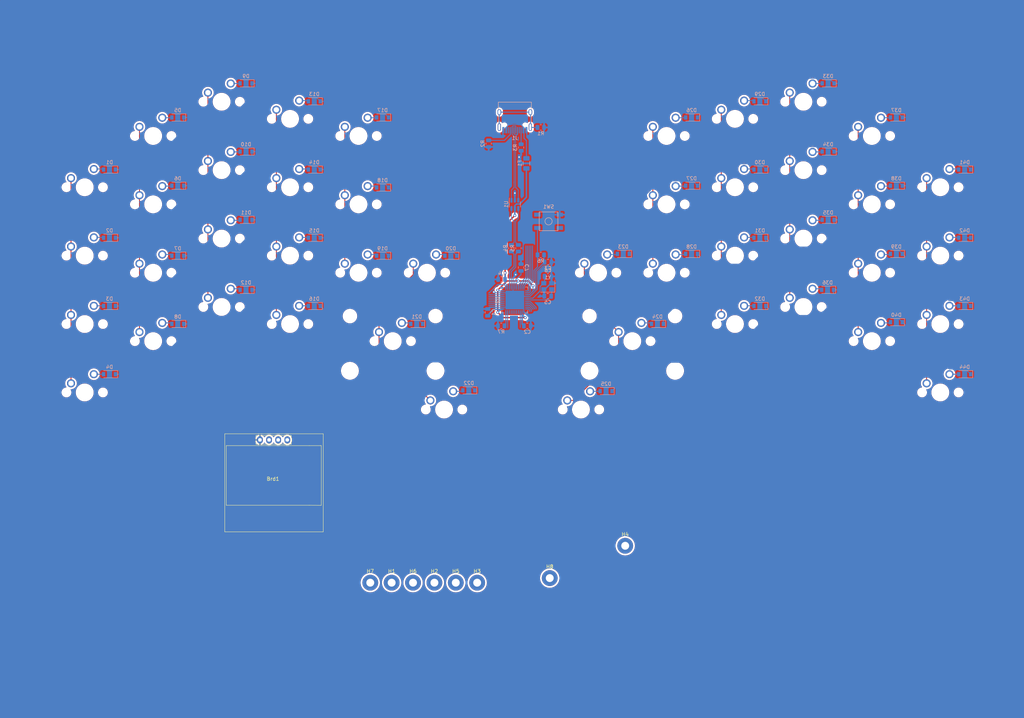
<source format=kicad_pcb>
(kicad_pcb (version 20211014) (generator pcbnew)
  (layers (0 "F.Cu" signal) (31 "B.Cu" signal) (34 "B.Paste" user) (35 "F.Paste" user) (36 "B.SilkS" user "B.Silkscreen") (37 "F.SilkS" user "F.Silkscreen") (38 "B.Mask" user) (39 "F.Mask" user) (44 "Edge.Cuts" user))
  (net 0 "")
  (net 1 "+5V")
  (net 2 "GND")
  (net 3 "Net-(C5-Pad2)")
  (net 4 "Net-(C6-Pad2)")
  (net 5 "Net-(C7-Pad1)")
  (net 6 "ROW0")
  (net 7 "Net-(D1-Pad2)")
  (net 8 "ROW1")
  (net 9 "Net-(D2-Pad2)")
  (net 10 "ROW2")
  (net 11 "Net-(D3-Pad2)")
  (net 12 "Net-(D4-Pad2)")
  (net 13 "Net-(D5-Pad2)")
  (net 14 "Net-(D6-Pad2)")
  (net 15 "Net-(D7-Pad2)")
  (net 16 "Net-(D8-Pad2)")
  (net 17 "Net-(D9-Pad2)")
  (net 18 "Net-(D10-Pad2)")
  (net 19 "Net-(D11-Pad2)")
  (net 20 "Net-(D12-Pad2)")
  (net 21 "Net-(D13-Pad2)")
  (net 22 "Net-(D14-Pad2)")
  (net 23 "Net-(D15-Pad2)")
  (net 24 "Net-(D16-Pad2)")
  (net 25 "Net-(D17-Pad2)")
  (net 26 "Net-(D18-Pad2)")
  (net 27 "Net-(D21-Pad2)")
  (net 28 "Net-(D22-Pad2)")
  (net 29 "Net-(D23-Pad2)")
  (net 30 "Net-(D24-Pad2)")
  (net 31 "Net-(D25-Pad2)")
  (net 32 "Net-(D26-Pad2)")
  (net 33 "Net-(D27-Pad2)")
  (net 34 "Net-(D28-Pad2)")
  (net 35 "Net-(D29-Pad2)")
  (net 36 "Net-(D30-Pad2)")
  (net 37 "Net-(D31-Pad2)")
  (net 38 "Net-(D32-Pad2)")
  (net 39 "Net-(D33-Pad2)")
  (net 40 "Net-(D34-Pad2)")
  (net 41 "Net-(D35-Pad2)")
  (net 42 "Net-(D36-Pad2)")
  (net 43 "Net-(D37-Pad2)")
  (net 44 "Net-(D38-Pad2)")
  (net 45 "Net-(D39-Pad2)")
  (net 46 "Net-(D40-Pad2)")
  (net 47 "Net-(D41-Pad2)")
  (net 48 "Net-(D42-Pad2)")
  (net 49 "Net-(D43-Pad2)")
  (net 50 "Net-(D44-Pad2)")
  (net 51 "Net-(F1-Pad1)")
  (net 60 "Net-(J1-PadS1)")
  (net 61 "DI-")
  (net 62 "DI+")
  (net 64 "Net-(J1-PadB5)")
  (net 66 "Net-(J1-PadA5)")
  (net 67 "COL0")
  (net 68 "COL1")
  (net 69 "COL2")
  (net 70 "COL3")
  (net 71 "COL4")
  (net 72 "COL6")
  (net 73 "COL7")
  (net 74 "COL8")
  (net 75 "COL9")
  (net 76 "COL10")
  (net 77 "COL11")
  (net 78 "D-")
  (net 79 "Net-(R4-Pad2)")
  (net 80 "D+")
  (net 81 "Net-(R5-Pad2)")
  (net 82 "Net-(R6-Pad1)")
  (net 83 "Net-(R7-Pad2)")
  (net 84 "unconnected-(U2-Pad1)")
  (net 85 "unconnected-(U2-Pad8)")
  (net 86 "unconnected-(U2-Pad9)")
  (net 87 "unconnected-(U2-Pad10)")
  (net 88 "unconnected-(U2-Pad11)")
  (net 89 "unconnected-(U2-Pad12)")
  (net 90 "SDA")
  (net 91 "SCL")
  (net 92 "unconnected-(U2-Pad20)")
  (net 93 "unconnected-(U2-Pad21)")
  (net 94 "unconnected-(U2-Pad22)")
  (net 95 "unconnected-(U2-Pad25)")
  (net 102 "unconnected-(U2-Pad32)")
  (net 103 "unconnected-(U2-Pad36)")
  (net 104 "unconnected-(U2-Pad37)")
  (net 105 "unconnected-(U2-Pad38)")
  (net 106 "unconnected-(U2-Pad39)")
  (net 107 "unconnected-(U2-Pad40)")
  (net 108 "unconnected-(U2-Pad41)")
  (net 109 "unconnected-(U2-Pad42)")
  (net 110 "ROW3")
  (net 111 "Net-(D20-Pad2)")
  (net 112 "COL5")
  (net 113 "Net-(D19-Pad2)")
  (footprint "MX_Only:MXOnly-1U-NoLED" (layer "F.Cu") (at 247.65 42.8625)
    (fp_text reference "MX37")
    (fp_text value "MX-NoLED")
  )
  (footprint "MX_Only:MXOnly-1U-NoLED" (layer "F.Cu") (at 228.6 33.3375)
    (fp_text reference "MX33")
    (fp_text value "MX-NoLED")
  )
  (footprint "MX_Only:MXOnly-1U-NoLED" (layer "F.Cu") (at 66.675 52.3875)
    (fp_text reference "MX10")
    (fp_text value "MX-NoLED")
  )
  (footprint "MX_Only:MXOnly-1U-NoLED" (layer "F.Cu") (at 85.725 38.1)
    (fp_text reference "MX13")
    (fp_text value "MX-NoLED")
  )
  (footprint "SSD1306:128x64OLED" (layer "F.Cu") (at 80.9625 138.1125)
    (fp_text reference "Brd1")
    (fp_text value "SSD1306")
  )
  (footprint "MX_Only:MXOnly-1U-NoLED" (layer "F.Cu") (at 228.6 52.3875)
    (fp_text reference "MX34")
    (fp_text value "MX-NoLED")
  )
  (footprint "MountingHole:MountingHole_2.2mm_M2_Pad" (layer "F.Cu") (at 179 157)
    (fp_text reference "H4")
    (fp_text value "MountingHole_Pad")
  )
  (footprint "MX_Only:MXOnly-1U-NoLED" (layer "F.Cu") (at 85.725 57.15)
    (fp_text reference "MX14")
    (fp_text value "MX-NoLED")
  )
  (footprint "MX_Only:MXOnly-1U-NoLED" (layer "F.Cu") (at 104.775 42.8625)
    (fp_text reference "MX17")
    (fp_text value "MX-NoLED")
  )
  (footprint "MX_Only:MXOnly-1U-NoLED" (layer "F.Cu") (at 47.625 100.0125)
    (fp_text reference "MX8")
    (fp_text value "MX-NoLED")
  )
  (footprint "MX_Only:MXOnly-1U-NoLED" (layer "F.Cu") (at 123.825 80.9625)
    (fp_text reference "MX20")
    (fp_text value "MX-NoLED")
  )
  (footprint "MX_Only:MXOnly-1U-NoLED" (layer "F.Cu") (at 85.725 95.25)
    (fp_text reference "MX16")
    (fp_text value "MX-NoLED")
  )
  (footprint "MX_Only:MXOnly-1U-NoLED" (layer "F.Cu") (at 47.625 61.9125)
    (fp_text reference "MX6")
    (fp_text value "MX-NoLED")
  )
  (footprint "MX_Only:MXOnly-1U-NoLED" (layer "F.Cu") (at 247.65 80.9625)
    (fp_text reference "MX39")
    (fp_text value "MX-NoLED")
  )
  (footprint "MountingHole:MountingHole_2.2mm_M2_Pad" (layer "F.Cu") (at 131.85 167.28)
    (fp_text reference "H5")
    (fp_text value "MountingHole_Pad")
  )
  (footprint "MountingHole:MountingHole_2.2mm_M2_Pad" (layer "F.Cu") (at 137.8 167.28)
    (fp_text reference "H3")
    (fp_text value "MountingHole_Pad")
  )
  (footprint "MX_Only:MXOnly-1U-NoLED" (layer "F.Cu") (at 209.55 76.2)
    (fp_text reference "MX31")
    (fp_text value "MX-NoLED")
  )
  (footprint "MX_Only:MXOnly-1U-NoLED" (layer "F.Cu") (at 171.45 80.9625)
    (fp_text reference "MX23")
    (fp_text value "MX-NoLED")
  )
  (footprint "MX_Only:MXOnly-1U-NoLED" (layer "F.Cu") (at 266.7 57.15)
    (fp_text reference "MX41")
    (fp_text value "MX-NoLED")
  )
  (footprint "MountingHole:MountingHole_2.2mm_M2_Pad" (layer "F.Cu") (at 158 166)
    (fp_text reference "H8")
    (fp_text value "MountingHole_Pad")
  )
  (footprint "MX_Only:MXOnly-1U-NoLED" (layer "F.Cu") (at 190.5 61.9125)
    (fp_text reference "MX27")
    (fp_text value "MX-NoLED")
  )
  (footprint "MX_Only:MXOnly-1U-NoLED" (layer "F.Cu") (at 190.5 42.8625)
    (fp_text reference "MX26")
    (fp_text value "MX-NoLED")
  )
  (footprint "MountingHole:MountingHole_2.2mm_M2_Pad" (layer "F.Cu") (at 108.05 167.28)
    (fp_text reference "H7")
    (fp_text value "MountingHole_Pad")
  )
  (footprint "MX_Only:MXOnly-1U-NoLED" (layer "F.Cu") (at 209.55 95.25)
    (fp_text reference "MX32")
    (fp_text value "MX-NoLED")
  )
  (footprint "MX_Only:MXOnly-1U-NoLED" (layer "F.Cu") (at 190.5 80.9625)
    (fp_text reference "MX28")
    (fp_text value "MX-NoLED")
  )
  (footprint "MX_Only:MXOnly-1U-NoLED" (layer "F.Cu") (at 66.675 33.3375)
    (fp_text reference "MX9")
    (fp_text value "MX-NoLED")
  )
  (footprint "MX_Only:MXOnly-1U-NoLED" (layer "F.Cu") (at 104.775 80.9625)
    (fp_text reference "MX19")
    (fp_text value "MX-NoLED")
  )
  (footprint "MX_Only:MXOnly-1U-NoLED" (layer "F.Cu") (at 266.7 76.2)
    (fp_text reference "MX42")
    (fp_text value "MX-NoLED")
  )
  (footprint "MX_Only:MXOnly-1U-NoLED" (layer "F.Cu") (at 247.65 61.9125)
    (fp_text reference "MX38")
    (fp_text value "MX-NoLED")
  )
  (footprint "MX_Only:MXOnly-1U-NoLED" (layer "F.Cu") (at 28.575 76.2)
    (fp_text reference "MX2")
    (fp_text value "MX-NoLED")
  )
  (footprint "MX_Only:MXOnly-1U-NoLED" (layer "F.Cu") (at 66.675 71.4375)
    (fp_text reference "MX11")
    (fp_text value "MX-NoLED")
  )
  (footprint "MX_Only:MXOnly-1U-NoLED" (layer "F.Cu") (at 266.7 95.25)
    (fp_text reference "MX43")
    (fp_text value "MX-NoLED")
  )
  (footprint "MX_Only:MXOnly-2U-NoLED" (layer "F.Cu") (at 114.3 100.0125)
    (fp_text reference "MX21")
    (fp_text value "MX-NoLED")
  )
  (footprint "MX_Only:MXOnly-1U-NoLED" (layer "F.Cu") (at 228.6 71.4375)
    (fp_text reference "MX35")
    (fp_text value "MX-NoLED")
  )
  (footprint "MountingHole:MountingHole_2.2mm_M2_Pad" (layer "F.Cu") (at 114 167.28)
    (fp_text reference "H1")
    (fp_text value "MountingHole_Pad")
  )
  (footprint "MX_Only:MXOnly-1U-NoLED" (layer "F.Cu") (at 209.55 38.1)
    (fp_text reference "MX29")
    (fp_text value "MX-NoLED")
  )
  (footprint "MX_Only:MXOnly-1U-NoLED" (layer "F.Cu") (at 104.775 61.9125)
    (fp_text reference "MX18")
    (fp_text value "MX-NoLED")
  )
  (footprint "MX_Only:MXOnly-1U-NoLED" (layer "F.Cu") (at 266.7 114.3)
    (fp_text reference "MX44")
    (fp_text value "MX-NoLED")
  )
  (footprint "MX_Only:MXOnly-1U-NoLED" (layer "F.Cu") (at 247.65 100.0125)
    (fp_text reference "MX40")
    (fp_text value "MX-NoLED")
  )
  (footprint "MX_Only:MXOnly-1U-NoLED" (layer "F.Cu") (at 28.575 95.25)
    (fp_text reference "MX3")
    (fp_text value "MX-NoLED")
  )
  (footprint "MX_Only:MXOnly-1U-NoLED" (layer "F.Cu") (at 47.625 80.9625)
    (fp_text reference "MX7")
    (fp_text value "MX-NoLED")
  )
  (footprint "MX_Only:MXOnly-2U-NoLED" (layer "F.Cu") (at 180.975 100.0125)
    (fp_text reference "MX24")
    (fp_text value "MX-NoLED")
  )
  (footprint "MX_Only:MXOnly-1U-NoLED" (layer "F.Cu") (at 47.625 42.8625)
    (fp_text reference "MX5")
    (fp_text value "MX-NoLED")
  )
  (footprint "MX_Only:MXOnly-1U-NoLED" (layer "F.Cu") (at 128.5875 119.0625)
    (fp_text reference "MX22")
    (fp_text value "MX-NoLED")
  )
  (footprint "MountingHole:MountingHole_2.2mm_M2_Pad" (layer "F.Cu") (at 119.95 167.28)
    (fp_text reference "H6")
    (fp_text value "MountingHole_Pad")
  )
  (footprint "MX_Only:MXOnly-1U-NoLED" (layer "F.Cu") (at 66.675 90.4875)
    (fp_text reference "MX12")
    (fp_text value "MX-NoLED")
  )
  (footprint "MX_Only:MXOnly-1U-NoLED" (layer "F.Cu") (at 28.575 114.3)
    (fp_text reference "MX4")
    (fp_text value "MX-NoLED")
  )
  (footprint "MX_Only:MXOnly-1U-NoLED" (layer "F.Cu") (at 228.6 90.4875)
    (fp_text reference "MX36")
    (fp_text value "MX-NoLED")
  )
  (footprint "MX_Only:MXOnly-1U-NoLED" (layer "F.Cu") (at 28.575 57.15)
    (fp_text reference "MX1")
    (fp_text value "MX-NoLED")
  )
  (footprint "MountingHole:MountingHole_2.2mm_M2_Pad" (layer "F.Cu") (at 125.9 167.28)
    (fp_text reference "H2")
    (fp_text value "MountingHole_Pad")
  )
  (footprint "MX_Only:MXOnly-1U-NoLED" (layer "F.Cu") (at 166.6875 119.0625)
    (fp_text reference "MX25")
    (fp_text value "MX-NoLED")
  )
  (footprint "MX_Only:MXOnly-1U-NoLED" (layer "F.Cu") (at 85.725 76.2)
    (fp_text reference "MX15")
    (fp_text value "MX-NoLED")
  )
  (footprint "MX_Only:MXOnly-1U-NoLED" (layer "F.Cu") (at 209.55 57.15)
    (fp_text reference "MX30")
    (fp_text value "MX-NoLED")
  )
  (footprint "Capacitor_SMD:C_0805_2012Metric" (layer "B.Cu") (at 144.6 82.8 180)
    (fp_text reference "C4")
    (fp_text value "10uF")
  )
  (footprint "Crystal:Crystal_SMD_3225-4Pin_3.2x2.5mm" (layer "B.Cu") (at 157.44 84.73 180)
    (fp_text reference "Y1")
    (fp_text value "16MHz")
  )
  (footprint "Diode_SMD:D_SOD-123" (layer "B.Cu") (at 135.475 113.7125 180)
    (fp_text reference "D22")
    (fp_text value "D_Small")
  )
  (footprint "Resistor_SMD:R_0805_2012Metric" (layer "B.Cu") (at 150.03 46.08 -90)
    (fp_text reference "R3")
    (fp_text value "5.1k")
  )
  (footprint "Diode_SMD:D_SOD-123" (layer "B.Cu") (at 254.475 75.7125 180)
    (fp_text reference "D39")
    (fp_text value "D_Small")
  )
  (footprint "Fuse:Fuse_1206_3216Metric" (layer "B.Cu") (at 151.5 50.5 -90)
    (fp_text reference "F1")
    (fp_text value "500 mA")
  )
  (footprint "Diode_SMD:D_SOD-123" (layer "B.Cu") (at 111.475 37.7125 180)
    (fp_text reference "D17")
    (fp_text value "D_Small")
  )
  (footprint "Diode_SMD:D_SOD-123" (layer "B.Cu") (at 178.475 75.7125 180)
    (fp_text reference "D23")
    (fp_text value "D_Small")
  )
  (footprint "Diode_SMD:D_SOD-123" (layer "B.Cu") (at 54.475 76.2125 180)
    (fp_text reference "D7")
    (fp_text value "D_Small")
  )
  (footprint "Capacitor_SMD:C_0805_2012Metric" (layer "B.Cu") (at 157.4975 81.975 180)
    (fp_text reference "C6")
    (fp_text value "22pF")
  )
  (footprint "Diode_SMD:D_SOD-123" (layer "B.Cu") (at 187.975 95.2125 180)
    (fp_text reference "D24")
    (fp_text value "D_Small")
  )
  (footprint "Diode_SMD:D_SOD-123" (layer "B.Cu") (at 111.475 76.2125 180)
    (fp_text reference "D19")
    (fp_text value "D_Small")
  )
  (footprint "Diode_SMD:D_SOD-123" (layer "B.Cu") (at 273.475 109.2125 180)
    (fp_text reference "D44")
    (fp_text value "D_Small")
  )
  (footprint "Resistor_SMD:R_0805_2012Metric" (layer "B.Cu") (at 141 45 -90)
    (fp_text reference "R2")
    (fp_text value "5.1k")
  )
  (footprint "Diode_SMD:D_SOD-123" (layer "B.Cu") (at 216.475 33.2125 180)
    (fp_text reference "D29")
    (fp_text value "D_Small")
  )
  (footprint "Diode_SMD:D_SOD-123" (layer "B.Cu") (at 273.475 71.2125 180)
    (fp_text reference "D42")
    (fp_text value "D_Small")
  )
  (footprint "Resistor_SMD:R_0805_2012Metric" (layer "B.Cu") (at 149.27 74.13 -90)
    (fp_text reference "R5")
    (fp_text value "22")
  )
  (footprint "Diode_SMD:D_SOD-123" (layer "B.Cu") (at 73.475 47.2125 180)
    (fp_text reference "D10")
    (fp_text value "D_Small")
  )
  (footprint "Diode_SMD:D_SOD-123" (layer "B.Cu") (at 216.475 90.2125 180)
    (fp_text reference "D32")
    (fp_text value "D_Small")
  )
  (footprint "Diode_SMD:D_SOD-123" (layer "B.Cu") (at 35.475 109.2125 180)
    (fp_text reference "D4")
    (fp_text value "D_Small")
  )
  (footprint "Diode_SMD:D_SOD-123" (layer "B.Cu") (at 92.475 71.2125 180)
    (fp_text reference "D15")
    (fp_text value "D_Small")
  )
  (footprint "Package_TO_SOT_SMD:SOT-23-6" (layer "B.Cu") (at 148.2875 61.9125 -90)
    (fp_text reference "U1")
    (fp_text value "USBLC6-2SC6")
  )
  (footprint "Diode_SMD:D_SOD-123" (layer "B.Cu") (at 120.975 95.2125 180)
    (fp_text reference "D21")
    (fp_text value "D_Small")
  )
  (footprint "Diode_SMD:D_SOD-123" (layer "B.Cu") (at 73.475 66.2125 180)
    (fp_text reference "D11")
    (fp_text value "D_Small")
  )
  (footprint "Diode_SMD:D_SOD-123" (layer "B.Cu") (at 35.475 52.2125 180)
    (fp_text reference "D1")
    (fp_text value "D_Small")
  )
  (footprint "Diode_SMD:D_SOD-123" (layer "B.Cu") (at 54.475 37.7125 180)
    (fp_text reference "D5")
    (fp_text value "D_Small")
  )
  (footprint "Diode_SMD:D_SOD-123" (layer "B.Cu") (at 216.475 52.2125 180)
    (fp_text reference "D30")
    (fp_text value "D_Small")
  )
  (footprint "Diode_SMD:D_SOD-123" (layer "B.Cu") (at 73.475 85.7125 180)
    (fp_text reference "D12")
    (fp_text value "D_Small")
  )
  (footprint "Diode_SMD:D_SOD-123" (layer "B.Cu") (at 35.475 71.2125 180)
    (fp_text reference "D2")
    (fp_text value "D_Small")
  )
  (footprint "Diode_SMD:D_SOD-123" (layer "B.Cu") (at 111.475 57.2125 180)
    (fp_text reference "D18")
    (fp_text value "D_Small")
  )
  (footprint "Diode_SMD:D_SOD-123" (layer "B.Cu") (at 197.475 56.7125 180)
    (fp_text reference "D27")
    (fp_text value "D_Small")
  )
  (footprint "Diode_SMD:D_SOD-123" (layer "B.Cu") (at 273.475 90.2125 180)
    (fp_text reference "D43")
    (fp_text value "D_Small")
  )
  (footprint "Resistor_SMD:R_0805_2012Metric" (layer "B.Cu") (at 155.5 40.5)
    (fp_text reference "R1")
    (fp_text value "1M")
  )
  (footprint "Resistor_SMD:R_0805_2012Metric" (layer "B.Cu") (at 147.31 74.13 -90)
    (fp_text reference "R4")
    (fp_text value "22")
  )
  (footprint "Diode_SMD:D_SOD-123" (layer "B.Cu") (at 92.475 90.2125 180)
    (fp_text reference "D16")
    (fp_text value "D_Small")
  )
  (footprint "Diode_SMD:D_SOD-123" (layer "B.Cu") (at 197.475 37.7125 180)
    (fp_text reference "D26")
    (fp_text value "D_Small")
  )
  (footprint "Diode_SMD:D_SOD-123" (layer "B.Cu") (at 92.475 52.2125 180)
    (fp_text reference "D14")
    (fp_text value "D_Small")
  )
  (footprint "Capacitor_SMD:C_0805_2012Metric" (layer "B.Cu") (at 150 79.5 90)
    (fp_text reference "C7")
    (fp_text value "1uF")
  )
  (footprint "Diode_SMD:D_SOD-123" (layer "B.Cu") (at 35.475 90.2125 180)
    (fp_text reference "D3")
    (fp_text value "D_Small")
  )
  (footprint "Diode_SMD:D_SOD-123" (layer "B.Cu") (at 235.475 66.2125 180)
    (fp_text reference "D35")
    (fp_text value "D_Small")
  )
  (footprint "Diode_SMD:D_SOD-123" (layer "B.Cu") (at 54.475 95.2125 180)
    (fp_text reference "D8")
    (fp_text value "D_Small")
  )
  (footprint "Diode_SMD:D_SOD-123" (layer "B.Cu") (at 273.475 52.2125 180)
    (fp_text reference "D41")
    (fp_text value "D_Small")
  )
  (footprint "Capacitor_SMD:C_0805_2012Metric" (layer "B.Cu") (at 157.44 87.475)
    (fp_text reference "C5")
    (fp_text value "22pF")
  )
  (footprint "Diode_SMD:D_SOD-123" (layer "B.Cu") (at 254.475 56.7125 180)
    (fp_text reference "D38")
    (fp_text value "D_Small")
  )
  (footprint "Diode_SMD:D_SOD-123" (layer "B.Cu") (at 235.475 28.2125 180)
    (fp_text reference "D33")
    (fp_text value "D_Small")
  )
  (footprint "Diode_SMD:D_SOD-123" (layer "B.Cu") (at 235.325 85.7125 180)
    (fp_text reference "D36")
    (fp_text value "D_Small")
  )
  (footprint "random-keyboard-parts:SKQG-1155865" (layer "B.Cu") (at 157.67 66.63)
    (fp_text reference "SW1")
    (fp_text value "SW_Push")
  )
  (footprint "Capacitor_SMD:C_0805_2012Metric" (layer "B.Cu") (at 140.75 92 90)
    (fp_text reference "C1")
    (fp_text value "0.1uF")
  )
  (footprint "Diode_SMD:D_SOD-123" (layer "B.Cu") (at 254.475 94.7125 180)
    (fp_text reference "D40")
    (fp_text value "D_Small")
  )
  (footprint "Diode_SMD:D_SOD-123" (layer "B.Cu") (at 73.475 28.2125 180)
    (fp_text reference "D9")
    (fp_text value "D_Small")
  )
  (footprint "Diode_SMD:D_SOD-123" (layer "B.Cu") (at 235.475 47.2125 180)
    (fp_text reference "D34")
    (fp_text value "D_Small")
  )
  (footprint "Resistor_SMD:R_0805_2012Metric" (layer "B.Cu") (at 144.5 95.75)
    (fp_text reference "R7")
    (fp_text value "10k")
  )
  (footprint "Capacitor_SMD:C_0805_2012Metric" (layer "B.Cu") (at 151.75 95.75)
    (fp_text reference "C2")
    (fp_text value "0.1uF")
  )
  (footprint "Diode_SMD:D_SOD-123" (layer "B.Cu") (at 92.475 33.2125 180)
    (fp_text reference "D13")
    (fp_text value "D_Small")
  )
  (footprint "Capacitor_SMD:C_0805_2012Metric" (layer "B.Cu") (at 157.5 78)
    (fp_text reference "C3")
    (fp_text value "0.1uF")
  )
  (footprint "Diode_SMD:D_SOD-123" (layer "B.Cu") (at 130.475 76.2125 180)
    (fp_text reference "D20")
    (fp_text value "D_Small")
  )
  (footprint "Diode_SMD:D_SOD-123" (layer "B.Cu") (at 173.675 113.9125 180)
    (fp_text reference "D25")
    (fp_text value "D_Small")
  )
  (footprint "Resistor_SMD:R_0805_2012Metric" (layer "B.Cu") (at 155.5 76)
    (fp_text reference "R6")
    (fp_text value "10k")
  )
  (footprint "Diode_SMD:D_SOD-123" (layer "B.Cu") (at 54.475 56.7125 180)
    (fp_text reference "D6")
    (fp_text value "D_Small")
  )
  (footprint "Diode_SMD:D_SOD-123" (layer "B.Cu") (at 197.475 75.7125 180)
    (fp_text reference "D28")
    (fp_text value "D_Small")
  )
  (footprint "Diode_SMD:D_SOD-123" (layer "B.Cu") (at 216.475 71.2125 180)
    (fp_text reference "D31")
    (fp_text value "D_Small")
  )
  (footprint "Diode_SMD:D_SOD-123" (layer "B.Cu") (at 254.475 37.7125 180)
    (fp_text reference "D37")
    (fp_text value "D_Small")
  )
  (footprint "Package_DFN_QFN:QFN-44-1EP_7x7mm_P0.5mm_EP5.2x5.2mm" (layer "B.Cu") (at 148.2875 88.5375 -90)
    (fp_text reference "U2")
    (fp_text value "ATmega32U4-M")
  )
  (footprint "USB_C_Receptacle_GT-USB-7010:USB_C_Receptacle_GT-USB-7010" (layer "B.Cu") (at 148.2875 38.1)
    (fp_text reference "J1")
    (fp_text value "USB_C_Receptacle_USB2.0")
  )
  (segment (start 144.9165 84.4165) (end 143.52 85.813) (width 0.381) (layer "F.Cu") (net 1))
  (segment (start 152.01 83.25) (end 149.25 83.25) (width 0.381) (layer "F.Cu") (net 1))
  (segment (start 145.58 83.753) (end 144.9165 84.4165) (width 0.381) (layer "F.Cu") (net 1))
  (segment (start 149.25 83.25) (end 146.083 83.25) (width 0.381) (layer "F.Cu") (net 1))
  (segment (start 145 93.46) (end 143.52 91.98) (width 0.381) (layer "F.Cu") (net 1))
  (segment (start 153.33 84.57) (end 152.01 83.25) (width 0.381) (layer "F.Cu") (net 1))
  (segment (start 145.57 80.98) (end 145.58 80.99) (width 0.381) (layer "F.Cu") (net 1))
  (segment (start 148.28 65.01) (end 145.57 67.72) (width 0.381) (layer "F.Cu") (net 1))
  (segment (start 145.57 67.72) (end 145.57 69.11) (width 0.381) (layer "F.Cu") (net 1))
  (segment (start 145.58 80.99) (end 145.58 83.753) (width 0.381) (layer "F.Cu") (net 1))
  (segment (start 151.17 93.46) (end 145 93.46) (width 0.381) (layer "F.Cu") (net 1))
  (segment (start 146.083 83.25) (end 144.9165 84.4165) (width 0.381) (layer "F.Cu") (net 1))
  (segment (start 145.57 69.11) (end 145.57 80.98) (width 0.381) (layer "F.Cu") (net 1))
  (segment (start 143.52 85.813) (end 143.52 91.98) (width 0.381) (layer "F.Cu") (net 1))
  (via (at 151.17 93.46) (size 0.8) (drill 0.4) (layers "F.Cu" "B.Cu") (net 1))
  (via (at 145.58 80.99) (size 0.8) (drill 0.4) (layers "F.Cu" "B.Cu") (net 1))
  (via (at 143.52 85.813) (size 0.8) (drill 0.4) (layers "F.Cu" "B.Cu") (net 1))
  (via (at 149.25 83.25) (size 0.8) (drill 0.4) (layers "F.Cu" "B.Cu") (net 1))
  (via (at 148.28 65.01) (size 0.8) (drill 0.4) (layers "F.Cu" "B.Cu") (net 1))
  (via (at 153.33 84.57) (size 0.8) (drill 0.4) (layers "F.Cu" "B.Cu") (net 1))
  (via (at 143.52 91.98) (size 0.8) (drill 0.4) (layers "F.Cu" "B.Cu") (net 1))
  (segment (start 148.2875 62.24002) (end 148.2875 63.05) (width 0.381) (layer "B.Cu") (net 1))
  (segment (start 142.36696 91.13304) (end 144.86948 91.13304) (width 0.381) (layer "B.Cu") (net 1))
  (segment (start 152.363936 87.0375) (end 153.230718 86.170718) (width 0.25) (layer "B.Cu") (net 1))
  (segment (start 156.4125 77.8625) (end 156.55 78) (width 0.25) (layer "B.Cu") (net 1))
  (segment (start 144.86948 91.13304) (end 144.95 91.05252) (width 0.381) (layer "B.Cu") (net 1))
  (segment (start 148.7875 85.2) (end 148.7875 83.7125) (width 0.25) (layer "B.Cu") (net 1))
  (segment (start 148.2875 63.05) (end 148.2875 65.0025) (width 0.381) (layer "B.Cu") (net 1))
  (segment (start 146.2875 84.591782) (end 146.2875 85.2) (width 0.25) (layer "B.Cu") (net 1))
  (segment (start 150.30252 93.06748) (end 150.30252 92.5775) (width 0.381) (layer "B.Cu") (net 1))
  (segment (start 153.230718 86.170718) (end 153.800718 85.600718) (width 0.25) (layer "B.Cu") (net 1))
  (segment (start 153.230718 86.170718) (end 153.33 86.071436) (width 0.25) (layer "B.Cu") (net 1))
  (segment (start 153.800718 85.600718) (end 154.07804 85.323395) (width 0.25) (layer "B.Cu") (net 1))
  (segment (start 145.55 83.854282) (end 146.2875 84.591782) (width 0.25) (layer "B.Cu") (net 1))
  (segment (start 150.2875 91.875) (end 150.2875 93.05246) (width 0.25) (layer "B.Cu") (net 1))
  (segment (start 148.2875 65.0025) (end 148.28 65.01) (width 0.381) (layer "B.Cu") (net 1))
  (segment (start 151.5 51.9) (end 151.5 59.938703) (width 0.381) (layer "B.Cu") (net 1))
  (segment (start 143.7445 86.0375) (end 143.52 85.813) (width 0.25) (layer "B.Cu") (net 1))
  (segment (start 145.58 80.99) (end 145.58 82.77) (width 0.381) (layer "B.Cu") (net 1))
  (segment (start 144.95 91.0375) (end 144.4625 91.0375) (width 0.381) (layer "B.Cu") (net 1))
  (segment (start 156.4125 76) (end 156.4125 77.8625) (width 0.25) (layer "B.Cu") (net 1))
  (segment (start 154.07804 85.323395) (end 154.07804 81.03804) (width 0.25) (layer "B.Cu") (net 1))
  (segment (start 156.55 78) (end 154.07804 80.47196) (width 0.25) (layer "B.Cu") (net 1))
  (segment (start 144.95 86.0375) (end 143.7445 86.0375) (width 0.25) (layer "B.Cu") (net 1))
  (segment (start 150.8 95.75) (end 150.30252 95.25252) (width 0.381) (layer "B.Cu") (net 1))
  (segment (start 140.75 92.75) (end 142.36696 91.13304) (width 0.381) (layer "B.Cu") (net 1))
  (segment (start 148.7 61.82752) (end 148.2875 62.24002) (width 0.381) (layer "B.Cu") (net 1))
  (segment (start 145.58 82.77) (end 145.55 82.8) (width 0.381) (layer "B.Cu") (net 1))
  (segment (start 150.2875 92.5775) (end 151.17 93.46) (width 0.381) (layer "B.Cu") (net 1))
  (segment (start 144.95 91.0375) (end 144.91996 91.06754) (width 0.25) (layer "B.Cu") (net 1))
  (segment (start 148.7875 83.7125) (end 149.25 83.25) (width 0.25) (layer "B.Cu") (net 1))
  (segment (start 151.625 87.0375) (end 152.363936 87.0375) (width 0.25) (layer "B.Cu") (net 1))
  (segment (start 149.611183 61.82752) (end 148.7 61.82752) (width 0.381) (layer "B.Cu") (net 1))
  (segment (start 153.33 86.071436) (end 153.33 84.57) (width 0.25) (layer "B.Cu") (net 1))
  (segment (start 145.55 82.8) (end 145.55 83.854282) (width 0.25) (layer "B.Cu") (net 1))
  (segment (start 144.4625 91.0375) (end 143.52 91.98) (width 0.381) (layer "B.Cu") (net 1))
  (segment (start 140.75 92.95) (end 140.75 92.75) (width 0.381) (layer "B.Cu") (net 1))
  (segment (start 154.07804 80.47196) (end 154.07804 81.03804) (width 0.25) (layer "B.Cu") (net 1))
  (segment (start 150.2875 93.05246) (end 150.30252 93.06748) (width 0.25) (layer "B.Cu") (net 1))
  (segment (start 150.30252 95.25252) (end 150.30252 93.06748) (width 0.381) (layer "B.Cu") (net 1))
  (segment (start 151.5 59.938703) (end 149.611183 61.82752) (width 0.381) (layer "B.Cu") (net 1))
  (via (at 148.5 81.5) (size 0.8) (drill 0.4) (layers "F.Cu" "B.Cu") (net 2))
  (via (at 148.29 58.78) (size 0.8) (drill 0.4) (layers "F.Cu" "B.Cu") (net 2))
  (via (at 142.44 86.313) (size 0.8) (drill 0.4) (layers "F.Cu" "B.Cu") (net 2))
  (via (at 149.47 48.75) (size 0.8) (drill 0.4) (layers "F.Cu" "B.Cu") (net 2))
  (segment (start 158.45 78) (end 157.40048 79.04952) (width 0.25) (layer "B.Cu") (net 2))
  (segment (start 158.4475 81.975) (end 158.4475 83.7875) (width 0.381) (layer "B.Cu") (net 2))
  (segment (start 156.639989 85.58) (end 158.339989 83.88) (width 0.381) (layer "B.Cu") (net 2))
  (segment (start 150.03 46.9925) (end 150.03 48.19) (width 0.381) (layer "B.Cu") (net 2))
  (segment (start 144.95 90.5375) (end 143.76502 90.5375) (width 0.25) (layer "B.Cu") (net 2))
  (segment (start 147.7875 82.2125) (end 148.5 81.5) (width 0.25) (layer "B.Cu") (net 2))
  (segment (start 140.75 91.05) (end 141.24748 90.55252) (width 0.381) (layer "B.Cu") (net 2))
  (segment (start 152.499654 87.5375) (end 154.078577 85.958577) (width 0.25) (layer "B.Cu") (net 2))
  (segment (start 156.34 85.58) (end 156.639989 85.58) (width 0.381) (layer "B.Cu") (net 2))
  (segment (start 147.7875 85.2) (end 147.7875 88.0375) (width 0.25) (layer "B.Cu") (net 2))
  (segment (start 150.7875 91.875) (end 150.76298 91.85048) (width 0.25) (layer "B.Cu") (net 2))
  (segment (start 157.40048 79.04952) (end 156.15048 79.04952) (width 0.25) (layer "B.Cu") (net 2))
  (segment (start 150.76298 91.85048) (end 150.76298 91.01298) (width 0.25) (layer "B.Cu") (net 2))
  (segment (start 149.2875 87.5375) (end 148.2875 88.5375) (width 0.25) (layer "B.Cu") (net 2))
  (segment (start 146.2875 90.5375) (end 148.2875 88.5375) (width 0.25) (layer "B.Cu") (net 2))
  (segment (start 156.49 85.73) (end 156.34 85.58) (width 0.381) (layer "B.Cu") (net 2))
  (segment (start 144.95 86.5375) (end 146.2875 86.5375) (width 0.25) (layer "B.Cu") (net 2))
  (segment (start 154.078577 85.958577) (end 154.52756 85.509592) (width 0.25) (layer "B.Cu") (net 2))
  (segment (start 144.95 90.5375) (end 146.2875 90.5375) (width 0.25) (layer "B.Cu") (net 2))
  (segment (start 152.7 95.75) (end 152.7 93.77248) (width 0.381) (layer "B.Cu") (net 2))
  (segment (start 156.15048 79.04952) (end 154.52756 80.67244) (width 0.25) (layer "B.Cu") (net 2))
  (segment (start 150.03 48.19) (end 149.47 48.75) (width 0.381) (layer "B.Cu") (net 2))
  (segment (start 142.6645 86.5375) (end 142.44 86.313) (width 0.25) (layer "B.Cu") (net 2))
  (segment (start 158.339989 83.88) (end 158.54 83.88) (width 0.381) (layer "B.Cu") (net 2))
  (segment (start 154.52756 85.509592) (end 154.52756 84.02) (width 0.25) (layer "B.Cu") (net 2))
  (segment (start 146.2875 86.5375) (end 148.2875 88.5375) (width 0.25) (layer "B.Cu") (net 2))
  (segment (start 144.95 86.5375) (end 142.6645 86.5375) (width 0.25) (layer "B.Cu") (net 2))
  (segment (start 152.7 93.77248) (end 150.80252 91.875) (width 0.381) (layer "B.Cu") (net 2))
  (segment (start 143.76502 90.5375) (end 143.75 90.55252) (width 0.25) (layer "B.Cu") (net 2))
  (segment (start 147.7875 88.0375) (end 148.2875 88.5375) (width 0.25) (layer "B.Cu") (net 2))
  (segment (start 141.24748 90.55252) (end 143.75 90.55252) (width 0.381) (layer "B.Cu") (net 2))
  (segment (start 148.2875 60.775) (end 148.2875 58.7825) (width 0.381) (layer "B.Cu") (net 2))
  (segment (start 151.625 87.5375) (end 152.499654 87.5375) (width 0.25) (layer "B.Cu") (net 2))
  (segment (start 154.52756 84.02) (end 154.52756 80.67244) (width 0.25) (layer "B.Cu") (net 2))
  (segment (start 158.4475 83.7875) (end 158.54 83.88) (width 0.381) (layer "B.Cu") (net 2))
  (segment (start 156.49 87.475) (end 156.49 85.73) (width 0.381) (layer "B.Cu") (net 2))
  (segment (start 150.76298 91.01298) (end 148.2875 88.5375) (width 0.25) (layer "B.Cu") (net 2))
  (segment (start 148.2875 58.7825) (end 148.29 58.78) (width 0.381) (layer "B.Cu") (net 2))
  (segment (start 147.7875 85.2) (end 147.7875 82.2125) (width 0.25) (layer "B.Cu") (net 2))
  (segment (start 151.625 87.5375) (end 149.2875 87.5375) (width 0.25) (layer "B.Cu") (net 2))
  (segment (start 151.625 88.5375) (end 157.3275 88.5375) (width 0.25) (layer "B.Cu") (net 3))
  (segment (start 158.54 87.325) (end 158.39 87.475) (width 0.25) (layer "B.Cu") (net 3))
  (segment (start 158.54 85.58) (end 158.54 87.325) (width 0.25) (layer "B.Cu") (net 3))
  (segment (start 157.3275 88.5375) (end 158.39 87.475) (width 0.25) (layer "B.Cu") (net 3))
  (segment (start 156.5475 83.6725) (end 156.34 83.88) (width 0.25) (layer "B.Cu") (net 4))
  (segment (start 151.625 88.0375) (end 153.3125 88.0375) (width 0.25) (layer "B.Cu") (net 4))
  (segment (start 153.3125 88.0375) (end 154.865 86.485) (width 0.25) (layer "B.Cu") (net 4))
  (segment (start 154.865 86.485) (end 155.3 86.05) (width 0.25) (layer "B.Cu") (net 4))
  (segment (start 156.5475 81.975) (end 156.5475 83.6725) (width 0.25) (layer "B.Cu") (net 4))
  (segment (start 155.315489 86.034511) (end 154.865 86.485) (width 0.25) (layer "B.Cu") (net 4))
  (segment (start 156.34 83.88) (end 156.24 83.88) (width 0.25) (layer "B.Cu") (net 4))
  (segment (start 155.315489 84.804511) (end 155.315489 86.034511) (width 0.25) (layer "B.Cu") (net 4))
  (segment (start 156.24 83.88) (end 155.315489 84.804511) (width 0.25) (layer "B.Cu") (net 4))
  (segment (start 148.2875 83.187886) (end 150 81.475386) (width 0.25) (layer "B.Cu") (net 5))
  (segment (start 148.2875 85.2) (end 148.2875 83.187886) (width 0.25) (layer "B.Cu") (net 5))
  (segment (start 150 81.475386) (end 150 80.45) (width 0.25) (layer "B.Cu") (net 5))
  (segment (start 89.125 28.2125) (end 94.125 33.2125) (width 0.25) (layer "B.Cu") (net 6))
  (segment (start 69.147091 37.7125) (end 75.125 31.734591) (width 0.25) (layer "B.Cu") (net 6))
  (segment (start 205.6375 31.2) (end 216.1125 31.2) (width 0.25) (layer "B.Cu") (net 6))
  (segment (start 94.125 33.2125) (end 108.625 33.2125) (width 0.25) (layer "B.Cu") (net 6))
  (segment (start 237.125 28.2125) (end 246.625 28.2125) (width 0.25) (layer "B.Cu") (net 6))
  (segment (start 218.125 33.2125) (end 224.529511 26.807989) (width 0.25) (layer "B.Cu") (net 6))
  (segment (start 45.122091 52.2125) (end 56.125 41.209591) (width 0.25) (layer "B.Cu") (net 6))
  (segment (start 199.125 37.7125) (end 205.6375 31.2) (width 0.25) (layer "B.Cu") (net 6))
  (segment (start 108.625 33.2125) (end 113.125 37.7125) (width 0.25) (layer "B.Cu") (net 6))
  (segment (start 260.625 37.7125) (end 275.125 52.2125) (width 0.25) (layer "B.Cu") (net 6))
  (segment (start 75.125 31.734591) (end 75.125 28.2125) (width 0.25) (layer "B.Cu") (net 6))
  (segment (start 246.625 28.2125) (end 256.125 37.7125) (width 0.25) (layer "B.Cu") (net 6))
  (segment (start 37.125 52.2125) (end 45.122091 52.2125) (width 0.25) (layer "B.Cu") (net 6))
  (segment (start 235.720489 26.807989) (end 237.125 28.2125) (width 0.25) (layer "B.Cu") (net 6))
  (segment (start 56.125 37.7125) (end 69.147091 37.7125) (width 0.25) (layer "B.Cu") (net 6))
  (segment (start 224.529511 26.807989) (end 235.720489 26.807989) (width 0.25) (layer "B.Cu") (net 6))
  (segment (start 216.1125 31.2) (end 218.125 33.2125) (width 0.25) (layer "B.Cu") (net 6))
  (segment (start 56.125 41.209591) (end 56.125 37.7125) (width 0.25) (layer "B.Cu") (net 6))
  (segment (start 256.125 37.7125) (end 260.625 37.7125) (width 0.25) (layer "B.Cu") (net 6))
  (segment (start 75.125 28.2125) (end 89.125 28.2125) (width 0.25) (layer "B.Cu") (net 6))
  (segment (start 33.6825 52.07) (end 33.825 52.2125) (width 0.25) (layer "B.Cu") (net 7))
  (segment (start 31.115 52.07) (end 33.6825 52.07) (width 0.25) (layer "B.Cu") (net 7))
  (segment (start 237.125 47.2125) (end 235.770489 45.857989) (width 0.25) (layer "B.Cu") (net 8))
  (segment (start 224.479511 45.857989) (end 218.125 52.2125) (width 0.25) (layer "B.Cu") (net 8))
  (segment (start 56.125 56.7125) (end 69.197091 56.7125) (width 0.25) (layer "B.Cu") (net 8))
  (segment (start 56.125 60.259591) (end 56.125 56.7125) (width 0.25) (layer "B.Cu") (net 8))
  (segment (start 216.532989 50.620489) (end 205.217011 50.620489) (width 0.25) (layer "B.Cu") (net 8))
  (segment (start 273.915409 71.2125) (end 259.415409 56.7125) (width 0.25) (layer "B.Cu") (net 8))
  (segment (start 45.172091 71.2125) (end 56.125 60.259591) (width 0.25) (layer "B.Cu") (net 8))
  (segment (start 75.125 47.2125) (end 89.125 47.2125) (width 0.25) (layer "B.Cu") (net 8))
  (segment (start 256.125 56.7125) (end 246.625 47.2125) (width 0.25) (layer "B.Cu") (net 8))
  (segment (start 218.125 52.2125) (end 216.532989 50.620489) (width 0.25) (layer "B.Cu") (net 8))
  (segment (start 188.629592 55.382989) (end 180.125 63.887581) (width 0.25) (layer "B.Cu") (net 8))
  (segment (start 113.125 57.2125) (end 132.125 76.2125) (width 0.25) (layer "B.Cu") (net 8))
  (segment (start 94.125 52.2125) (end 108.125 52.2125) (width 0.25) (layer "B.Cu") (net 8))
  (segment (start 180.125 63.887581) (end 180.125 75.7125) (width 0.25) (layer "B.Cu") (net 8))
  (segment (start 37.125 71.2125) (end 45.172091 71.2125) (width 0.25) (layer "B.Cu") (net 8))
  (segment (start 75.125 50.784591) (end 75.125 47.2125) (width 0.25) (layer "B.Cu") (net 8))
  (segment (start 205.217011 50.620489) (end 199.125 56.7125) (width 0.25) (layer "B.Cu") (net 8))
  (segment (start 275.125 71.2125) (end 273.915409 71.2125) (width 0.25) (layer "B.Cu") (net 8))
  (segment (start 259.415409 56.7125) (end 256.125 56.7125) (width 0.25) (layer "B.Cu") (net 8))
  (segment (start 199.125 56.7125) (end 197.795489 55.382989) (width 0.25) (layer "B.Cu") (net 8))
  (segment (start 69.197091 56.7125) (end 75.125 50.784591) (width 0.25) (layer "B.Cu") (net 8))
  (segment (start 235.770489 45.857989) (end 224.479511 45.857989) (width 0.25) (layer "B.Cu") (net 8))
  (segment (start 197.795489 55.382989) (end 188.629592 55.382989) (width 0.25) (layer "B.Cu") (net 8))
  (segment (start 89.125 47.2125) (end 94.125 52.2125) (width 0.25) (layer "B.Cu") (net 8))
  (segment (start 108.125 52.2125) (end 113.125 57.2125) (width 0.25) (layer "B.Cu") (net 8))
  (segment (start 246.625 47.2125) (end 237.125 47.2125) (width 0.25) (layer "B.Cu") (net 8))
  (segment (start 31.115 71.12) (end 33.7325 71.12) (width 0.25) (layer "B.Cu") (net 9))
  (segment (start 33.7325 71.12) (end 33.825 71.2125) (width 0.25) (layer "B.Cu") (net 9))
  (segment (start 75.125 66.2125) (end 89.125 66.2125) (width 0.25) (layer "B.Cu") (net 10))
  (segment (start 94.125 71.2125) (end 108.125 71.2125) (width 0.25) (layer "B.Cu") (net 10))
  (segment (start 214.02867 78.568421) (end 201.980921 78.568421) (width 0.25) (layer "B.Cu") (net 10))
  (segment (start 68.747091 76.2125) (end 75.125 69.834591) (width 0.25) (layer "B.Cu") (net 10))
  (segment (start 237.125 66.2125) (end 237.125 69.759591) (width 0.25) (layer "B.Cu") (net 10))
  (segment (start 220.718421 73.805921) (end 218.125 71.2125) (width 0.25) (layer "B.Cu") (net 10))
  (segment (start 199.125 84.098835) (end 189.625 93.598835) (width 0.25) (layer "B.Cu") (net 10))
  (segment (start 237.125 69.759591) (end 233.07867 73.805921) (width 0.25) (layer "B.Cu") (net 10))
  (segment (start 45.222091 90.2125) (end 56.125 79.309591) (width 0.25) (layer "B.Cu") (net 10))
  (segment (start 218.125 74.472091) (end 214.02867 78.568421) (width 0.25) (layer "B.Cu") (net 10))
  (segment (start 199.125 75.7125) (end 199.125 84.098835) (width 0.25) (layer "B.Cu") (net 10))
  (segment (start 218.125 71.2125) (end 218.125 74.472091) (width 0.25) (layer "B.Cu") (net 10))
  (segment (start 89.125 66.2125) (end 94.125 71.2125) (width 0.25) (layer "B.Cu") (net 10))
  (segment (start 37.125 90.2125) (end 45.222091 90.2125) (width 0.25) (layer "B.Cu") (net 10))
  (segment (start 113.125 76.2125) (end 113.125 85.7125) (width 0.25) (layer "B.Cu") (net 10))
  (segment (start 189.625 93.598835) (end 189.625 95.2125) (width 0.25) (layer "B.Cu") (net 10))
  (segment (start 56.125 79.309591) (end 56.125 76.2125) (width 0.25) (layer "B.Cu") (net 10))
  (segment (start 113.125 85.7125) (end 122.625 95.2125) (width 0.25) (layer "B.Cu") (net 10))
  (segment (start 56.125 76.2125) (end 68.747091 76.2125) (width 0.25) (layer "B.Cu") (net 10))
  (segment (start 108.125 71.2125) (end 113.125 76.2125) (width 0.25) (layer "B.Cu") (net 10))
  (segment (start 275.125 90.2125) (end 273.632989 88.720489) (width 0.25) (layer "B.Cu") (net 10))
  (segment (start 233.07867 73.805921) (end 220.718421 73.805921) (width 0.25) (layer "B.Cu") (net 10))
  (segment (start 269.132989 88.720489) (end 256.125 75.7125) (width 0.25) (layer "B.Cu") (net 10))
  (segment (start 75.125 69.834591) (end 75.125 66.2125) (width 0.25) (layer "B.Cu") (net 10))
  (segment (start 273.632989 88.720489) (end 269.132989 88.720489) (width 0.25) (layer "B.Cu") (net 10))
  (segment (start 256.125 75.7125) (end 246.625 66.2125) (width 0.25) (layer "B.Cu") (net 10))
  (segment (start 201.980921 78.568421) (end 199.125 75.7125) (width 0.25) (layer "B.Cu") (net 10))
  (segment (start 246.625 66.2125) (end 237.125 66.2125) (width 0.25) (layer "B.Cu") (net 10))
  (segment (start 31.115 90.17) (end 33.7825 90.17) (width 0.25) (layer "B.Cu") (net 11))
  (segment (start 33.7825 90.17) (end 33.825 90.2125) (width 0.25) (layer "B.Cu") (net 11))
  (segment (start 31.115 109.22) (end 33.8175 109.22) (width 0.25) (layer "B.Cu") (net 12))
  (segment (start 33.8175 109.22) (end 33.825 109.2125) (width 0.25) (layer "B.Cu") (net 12))
  (segment (start 50.165 37.7825) (end 52.755 37.7825) (width 0.25) (layer "B.Cu") (net 13))
  (segment (start 52.755 37.7825) (end 52.825 37.7125) (width 0.25) (layer "B.Cu") (net 13))
  (segment (start 52.705 56.8325) (end 52.825 56.7125) (width 0.25) (layer "B.Cu") (net 14))
  (segment (start 50.165 56.8325) (end 52.705 56.8325) (width 0.25) (layer "B.Cu") (net 14))
  (segment (start 50.165 75.8825) (end 52.495 75.8825) (width 0.25) (layer "B.Cu") (net 15))
  (segment (start 52.495 75.8825) (end 52.825 76.2125) (width 0.25) (layer "B.Cu") (net 15))
  (segment (start 50.165 94.9325) (end 52.545 94.9325) (width 0.25) (layer "B.Cu") (net 16))
  (segment (start 52.545 94.9325) (end 52.825 95.2125) (width 0.25) (layer "B.Cu") (net 16))
  (segment (start 69.215 28.2575) (end 71.78 28.2575) (width 0.25) (layer "B.Cu") (net 17))
  (segment (start 71.78 28.2575) (end 71.825 28.2125) (width 0.25) (layer "B.Cu") (net 17))
  (segment (start 71.73 47.3075) (end 71.825 47.2125) (width 0.25) (layer "B.Cu") (net 18))
  (segment (start 69.215 47.3075) (end 71.73 47.3075) (width 0.25) (layer "B.Cu") (net 18))
  (segment (start 71.68 66.3575) (end 71.825 66.2125) (width 0.25) (layer "B.Cu") (net 19))
  (segment (start 69.215 66.3575) (end 71.68 66.3575) (width 0.25) (layer "B.Cu") (net 19))
  (segment (start 69.215 85.4075) (end 71.52 85.4075) (width 0.25) (layer "B.Cu") (net 20))
  (segment (start 71.52 85.4075) (end 71.825 85.7125) (width 0.25) (layer "B.Cu") (net 20))
  (segment (start 90.6325 33.02) (end 90.825 33.2125) (width 0.25) (layer "B.Cu") (net 21))
  (segment (start 88.265 33.02) (end 90.6325 33.02) (width 0.25) (layer "B.Cu") (net 21))
  (segment (start 88.265 52.07) (end 90.6825 52.07) (width 0.25) (layer "B.Cu") (net 22))
  (segment (start 90.6825 52.07) (end 90.825 52.2125) (width 0.25) (layer "B.Cu") (net 22))
  (segment (start 90.7325 71.12) (end 90.825 71.2125) (width 0.25) (layer "B.Cu") (net 23))
  (segment (start 88.265 71.12) (end 90.7325 71.12) (width 0.25) (layer "B.Cu") (net 23))
  (segment (start 88.265 90.17) (end 90.7825 90.17) (width 0.25) (layer "B.Cu") (net 24))
  (segment (start 90.7825 90.17) (end 90.825 90.2125) (width 0.25) (layer "B.Cu") (net 24))
  (segment (start 109.755 37.7825) (end 109.825 37.7125) (width 0.25) (layer "B.Cu") (net 25))
  (segment (start 107.315 37.7825) (end 109.755 37.7825) (width 0.25) (layer "B.Cu") (net 25))
  (segment (start 109.445 56.8325) (end 109.825 57.2125) (width 0.25) (layer "B.Cu") (net 26))
  (segment (start 107.315 56.8325) (end 109.445 56.8325) (width 0.25) (layer "B.Cu") (net 26))
  (segment (start 116.84 94.9325) (end 119.045 94.9325) (width 0.25) (layer "B.Cu") (net 27))
  (segment (start 119.045 94.9325) (end 119.325 95.2125) (width 0.25) (layer "B.Cu") (net 27))
  (segment (start 133.555 113.9825) (end 133.825 113.7125) (width 0.25) (layer "B.Cu") (net 28))
  (segment (start 131.1275 113.9825) (end 133.555 113.9825) (width 0.25) (layer "B.Cu") (net 28))
  (segment (start 176.655 75.8825) (end 176.825 75.7125) (width 0.25) (layer "B.Cu") (net 29))
  (segment (start 173.99 75.8825) (end 176.655 75.8825) (width 0.25) (layer "B.Cu") (net 29))
  (segment (start 186.045 94.9325) (end 186.325 95.2125) (width 0.25) (layer "B.Cu") (net 30))
  (segment (start 183.515 94.9325) (end 186.045 94.9325) (width 0.25) (layer "B.Cu") (net 30))
  (segment (start 171.955 113.9825) (end 172.025 113.9125) (width 0.25) (layer "B.Cu") (net 31))
  (segment (start 169.2275 113.9825) (end 171.955 113.9825) (width 0.25) (layer "B.Cu") (net 31))
  (segment (start 195.755 37.7825) (end 195.825 37.7125) (width 0.25) (layer "B.Cu") (net 32))
  (segment (start 193.04 37.7825) (end 195.755 37.7825) (width 0.25) (layer "B.Cu") (net 32))
  (segment (start 195.705 56.8325) (end 195.825 56.7125) (width 0.25) (layer "B.Cu") (net 33))
  (segment (start 193.04 56.8325) (end 195.705 56.8325) (width 0.25) (layer "B.Cu") (net 33))
  (segment (start 195.655 75.8825) (end 195.825 75.7125) (width 0.25) (layer "B.Cu") (net 34))
  (segment (start 193.04 75.8825) (end 195.655 75.8825) (width 0.25) (layer "B.Cu") (net 34))
  (segment (start 214.6325 33.02) (end 214.825 33.2125) (width 0.25) (layer "B.Cu") (net 35))
  (segment (start 212.09 33.02) (end 214.6325 33.02) (width 0.25) (layer "B.Cu") (net 35))
  (segment (start 214.6825 52.07) (end 214.825 52.2125) (width 0.25) (layer "B.Cu") (net 36))
  (segment (start 212.09 52.07) (end 214.6825 52.07) (width 0.25) (layer "B.Cu") (net 36))
  (segment (start 212.09 71.12) (end 214.7325 71.12) (width 0.25) (layer "B.Cu") (net 37))
  (segment (start 214.7325 71.12) (end 214.825 71.2125) (width 0.25) (layer "B.Cu") (net 37))
  (segment (start 212.09 90.17) (end 214.7825 90.17) (width 0.25) (layer "B.Cu") (net 38))
  (segment (start 214.7825 90.17) (end 214.825 90.2125) (width 0.25) (layer "B.Cu") (net 38))
  (segment (start 233.78 28.2575) (end 233.825 28.2125) (width 0.25) (layer "B.Cu") (net 39))
  (segment (start 231.14 28.2575) (end 233.78 28.2575) (width 0.25) (layer "B.Cu") (net 39))
  (segment (start 231.14 47.3075) (end 233.73 47.3075) (width 0.25) (layer "B.Cu") (net 40))
  (segment (start 233.73 47.3075) (end 233.825 47.2125) (width 0.25) (layer "B.Cu") (net 40))
  (segment (start 233.68 66.3575) (end 233.825 66.2125) (width 0.25) (layer "B.Cu") (net 41))
  (segment (start 231.14 66.3575) (end 233.68 66.3575) (width 0.25) (layer "B.Cu") (net 41))
  (segment (start 233.37 85.4075) (end 233.675 85.7125) (width 0.25) (layer "B.Cu") (net 42))
  (segment (start 231.14 85.4075) (end 233.37 85.4075) (width 0.25) (layer "B.Cu") (net 42))
  (segment (start 250.19 37.7825) (end 252.755 37.7825) (width 0.25) (layer "B.Cu") (net 43))
  (segment (start 252.755 37.7825) (end 252.825 37.7125) (width 0.25) (layer "B.Cu") (net 43))
  (segment (start 250.19 56.8325) (end 252.705 56.8325) (width 0.25) (layer "B.Cu") (net 44))
  (segment (start 252.705 56.8325) (end 252.825 56.7125) (width 0.25) (layer "B.Cu") (net 44))
  (segment (start 252.655 75.8825) (end 252.825 75.7125) (width 0.25) (layer "B.Cu") (net 45))
  (segment (start 250.19 75.8825) (end 252.655 75.8825) (width 0.25) (layer "B.Cu") (net 45))
  (segment (start 250.19 94.9325) (end 252.605 94.9325) (width 0.25) (layer "B.Cu") (net 46))
  (segment (start 252.605 94.9325) (end 252.825 94.7125) (width 0.25) (layer "B.Cu") (net 46))
  (segment (start 269.24 52.07) (end 271.6825 52.07) (width 0.25) (layer "B.Cu") (net 47))
  (segment (start 271.6825 52.07) (end 271.825 52.2125) (width 0.25) (layer "B.Cu") (net 47))
  (segment (start 269.24 71.12) (end 271.7325 71.12) (width 0.25) (layer "B.Cu") (net 48))
  (segment (start 271.7325 71.12) (end 271.825 71.2125) (width 0.25) (layer "B.Cu") (net 48))
  (segment (start 271.7825 90.17) (end 271.825 90.2125) (width 0.25) (layer "B.Cu") (net 49))
  (segment (start 269.24 90.17) (end 271.7825 90.17) (width 0.25) (layer "B.Cu") (net 49))
  (segment (start 271.8175 109.22) (end 271.825 109.2125) (width 0.25) (layer "B.Cu") (net 50))
  (segment (start 269.24 109.22) (end 271.8175 109.22) (width 0.25) (layer "B.Cu") (net 50))
  (segment (start 146.0375 40.2625) (end 146.0375 41.25) (width 0.25) (layer "B.Cu") (net 51))
  (segment (start 150.5375 41.25) (end 150.5375 40.259273) (width 0.25) (layer "B.Cu") (net 51))
  (segment (start 149.929196 39.650969) (end 146.649031 39.650969) (width 0.25) (layer "B.Cu") (net 51))
  (segment (start 151.5 44.18) (end 150.8375 43.5175) (width 0.25) (layer "B.Cu") (net 51))
  (segment (start 146.649031 39.650969) (end 146.0375 40.2625) (width 0.25) (layer "B.Cu") (net 51))
  (segment (start 150.5375 40.259273) (end 149.929196 39.650969) (width 0.25) (layer "B.Cu") (net 51))
  (segment (start 151.5 49.1) (end 151.5 44.18) (width 0.25) (layer "B.Cu") (net 51))
  (segment (start 150.8375 43.5175) (end 150.8375 41.25) (width 0.25) (layer "B.Cu") (net 51))
  (segment (start 143.9675 36.23) (end 143.9675 40.41) (width 0.25) (layer "B.Cu") (net 60))
  (segment (start 152.6975 40.5) (end 152.6075 40.41) (width 0.25) (layer "B.Cu") (net 60))
  (segment (start 152.6075 40.41) (end 152.6075 36.23) (width 0.25) (layer "B.Cu") (net 60))
  (segment (start 152.6075 36.23) (end 143.9675 36.23) (width 0.25) (layer "B.Cu") (net 60))
  (segment (start 154.5875 40.5) (end 152.6975 40.5) (width 0.25) (layer "B.Cu") (net 60))
  (segment (start 147.754511 40.075489) (end 147.5375 40.2925) (width 0.2) (layer "B.Cu") (net 61))
  (segment (start 148.09 57.17) (end 148.09 55.91) (width 0.2) (layer "B.Cu") (net 61))
  (segment (start 148.09 55.62) (end 148.09048 55.61952) (width 0.2) (layer "B.Cu") (net 61))
  (segment (start 148.487011 40.075489) (end 147.754511 40.075489) (width 0.2) (layer "B.Cu") (net 61))
  (segment (start 148.09048 55.90952) (end 148.09 55.91) (width 0.2) (layer "B.Cu") (net 61))
  (segment (start 148.09 55.91) (end 148.09 55.62) (width 0.2) (layer "B.Cu") (net 61))
  (segment (start 147.3375 57.9225) (end 148.09 57.17) (width 0.2) (layer "B.Cu") (net 61))
  (segment (start 148.5375 41.25) (end 148.5375 40.125978) (width 0.2) (layer "B.Cu") (net 61))
  (segment (start 147.3375 60.775) (end 147.3375 57.9225) (width 0.2) (layer "B.Cu") (net 61))
  (segment (start 148.09048 42.94) (end 147.5375 42.38702) (width 0.2) (layer "B.Cu") (net 61))
  (segment (start 147.5375 42.38702) (end 147.5375 41.25) (width 0.2) (layer "B.Cu") (net 61))
  (segment (start 148.5375 40.125978) (end 148.487011 40.075489) (width 0.2) (layer "B.Cu") (net 61))
  (segment (start 148.09048 42.94) (end 148.09048 55.90952) (width 0.2) (layer "B.Cu") (net 61))
  (segment (start 147.5375 40.2925) (end 147.5375 41.25) (width 0.2) (layer "B.Cu") (net 61))
  (segment (start 148.49 42.94) (end 149.0375 42.3925) (width 0.2) (layer "B.Cu") (net 62))
  (segment (start 149.0375 42.3925) (end 149.0375 41.25) (width 0.2) (layer "B.Cu") (net 62))
  (segment (start 148.49 57.17) (end 148.49 42.94) (width 0.2) (layer "B.Cu") (net 62))
  (segment (start 149.2375 57.9175) (end 148.49 57.17) (width 0.2) (layer "B.Cu") (net 62))
  (segment (start 149.0375 42.374022) (end 148.987011 42.424511) (width 0.2) (layer "B.Cu") (net 62))
  (segment (start 149.2375 60.775) (end 149.2375 57.9175) (width 0.2) (layer "B.Cu") (net 62))
  (segment (start 148.0375 42.2075) (end 148.0375 41.25) (width 0.2) (layer "B.Cu") (net 62))
  (segment (start 148.65 57.33) (end 148.58 57.26) (width 0.2) (layer "B.Cu") (net 62))
  (segment (start 149.0375 41.25) (end 149.0375 42.374022) (width 0.2) (layer "B.Cu") (net 62))
  (segment (start 148.987011 42.424511) (end 148.254511 42.424511) (width 0.2) (layer "B.Cu") (net 62))
  (segment (start 148.254511 42.424511) (end 148.0375 42.2075) (width 0.2) (layer "B.Cu") (net 62))
  (segment (start 150.0375 45.16) (end 150.03 45.1675) (width 0.25) (layer "B.Cu") (net 64))
  (segment (start 150.0375 41.25) (end 150.0375 45.16) (width 0.25) (layer "B.Cu") (net 64))
  (segment (start 147.0375 41.25) (end 147.0375 42.424022) (width 0.25) (layer "B.Cu") (net 66))
  (segment (start 147.0375 42.424022) (end 145.374022 44.0875) (width 0.25) (layer "B.Cu") (net 66))
  (segment (start 145.374022 44.0875) (end 141 44.0875) (width 0.25) (layer "B.Cu") (net 66))
  (segment (start 24.765 111.76) (end 24.765 92.71) (width 0.25) (layer "F.Cu") (net 67))
  (segment (start 24.765 92.71) (end 24.765 73.66) (width 0.25) (layer "F.Cu") (net 67))
  (segment (start 24.765 73.66) (end 24.765 54.61) (width 0.25) (layer "F.Cu") (net 67))
  (segment (start 43.815 59.3725) (end 43.815 78.4225) (width 0.25) (layer "F.Cu") (net 68))
  (segment (start 43.815 40.3225) (end 43.815 59.3725) (width 0.25) (layer "F.Cu") (net 68))
  (segment (start 43.815 78.4225) (end 43.815 97.4725) (width 0.25) (layer "F.Cu") (net 68))
  (segment (start 62.865 49.8475) (end 62.865 30.7975) (width 0.25) (layer "F.Cu") (net 69))
  (segment (start 62.865 68.8975) (end 62.865 49.8475) (width 0.25) (layer "F.Cu") (net 69))
  (segment (start 62.865 87.9475) (end 62.865 68.8975) (width 0.25) (layer "F.Cu") (net 69))
  (segment (start 81.915 73.66) (end 81.915 92.71) (width 0.25) (layer "F.Cu") (net 70))
  (segment (start 81.915 54.61) (end 81.915 73.66) (width 0.25) (layer "F.Cu") (net 70))
  (segment (start 81.915 35.56) (end 81.915 54.61) (width 0.25) (layer "F.Cu") (net 70))
  (segment (start 100.965 78.4225) (end 100.965 59.3725) (width 0.25) (layer "F.Cu") (net 71))
  (segment (start 100.965 59.3725) (end 100.965 40.3225) (width 0.25) (layer "F.Cu") (net 71))
  (segment (start 167.619521 87.927021) (end 167.619521 79.819521) (width 0.25) (layer "F.Cu") (net 72))
  (segment (start 164.637581 116.5225) (end 162.8775 116.5225) (width 0.25) (layer "F.Cu") (net 72))
  (segment (start 177.165 97.4725) (end 177.165 103.995081) (width 0.25) (layer "F.Cu") (net 72))
  (segment (start 177.165 103.995081) (end 164.637581 116.5225) (width 0.25) (layer "F.Cu") (net 72))
  (segment (start 167.64 79.799042) (end 167.64 78.4225) (width 0.25) (layer "F.Cu") (net 72))
  (segment (start 177.165 97.4725) (end 167.619521 87.927021) (width 0.25) (layer "F.Cu") (net 72))
  (segment (start 167.619521 79.819521) (end 167.64 79.799042) (width 0.25) (layer "F.Cu") (net 72))
  (segment (start 186.69 59.3725) (end 186.69 40.3225) (width 0.25) (layer "F.Cu") (net 73))
  (segment (start 186.69 78.4225) (end 186.69 59.3725) (width 0.25) (layer "F.Cu") (net 73))
  (segment (start 205.74 35.56) (end 205.74 54.61) (width 0.25) (layer "F.Cu") (net 74))
  (segment (start 205.74 54.61) (end 205.74 73.66) (width 0.25) (layer "F.Cu") (net 74))
  (segment (start 205.74 73.66) (end 205.74 92.71) (width 0.25) (layer "F.Cu") (net 74))
  (segment (start 224.79 49.8475) (end 224.79 30.7975) (width 0.25) (layer "F.Cu") (net 75))
  (segment (start 224.79 87.9475) (end 224.79 68.8975) (width 0.25) (layer "F.Cu") (net 75))
  (segment (start 224.79 68.8975) (end 224.79 49.8475) (width 0.25) (layer "F.Cu") (net 75))
  (segment (start 243.84 59.3725) (end 243.84 78.4225) (width 0.25) (layer "F.Cu") (net 76))
  (segment (start 243.84 78.4225) (end 243.84 97.4725) (width 0.25) (layer "F.Cu") (net 76))
  (segment (start 243.84 40.3225) (end 243.84 59.3725) (width 0.25) (layer "F.Cu") (net 76))
  (segment (start 262.89 111.76) (end 262.89 92.71) (width 0.25) (layer "F.Cu") (net 77))
  (segment (start 262.89 92.71) (end 262.89 73.66) (width 0.25) (layer "F.Cu") (net 77))
  (segment (start 262.89 73.66) (end 262.89 54.61) (width 0.25) (layer "F.Cu") (net 77))
  (segment (start 148.08 72.4475) (end 147.31 73.2175) (width 0.2) (layer "B.Cu") (net 78))
  (segment (start 148.08 66.62) (end 148.08 72.4475) (width 0.2) (layer "B.Cu") (net 78))
  (segment (start 147.3375 63.05) (end 147.3375 65.8775) (width 0.2) (layer "B.Cu") (net 78))
  (segment (start 147.3375 65.8775) (end 148.08 66.62) (width 0.2) (layer "B.Cu") (net 78))
  (segment (start 146.7875 85.2) (end 146.7875 80.4525) (width 0.25) (layer "B.Cu") (net 79))
  (segment (start 146.7875 80.4525) (end 148.06 79.18) (width 0.25) (layer "B.Cu") (net 79))
  (segment (start 148.06 75.79) (end 148.06 79.18) (width 0.25) (layer "B.Cu") (net 79))
  (segment (start 148.06 75.79) (end 147.3125 75.0425) (width 0.25) (layer "B.Cu") (net 79))
  (segment (start 147.3125 75.0425) (end 147.31 75.0425) (width 0.25) (layer "B.Cu") (net 79))
  (segment (start 148.5 66.62) (end 148.5 72.4475) (width 0.2) (layer "B.Cu") (net 80))
  (segment (start 149.2375 63.05) (end 149.2375 65.8825) (width 0.2) (layer "B.Cu") (net 80))
  (segment (start 149.2375 65.8825) (end 148.5 66.62) (width 0.2) (layer "B.Cu") (net 80))
  (segment (start 148.5 72.4475) (end 149.27 73.2175) (width 0.2) (layer "B.Cu") (net 80))
  (segment (start 148.52 75.79) (end 149.2675 75.0425) (width 0.25) (layer "B.Cu") (net 81))
  (segment (start 147.2875 80.6525) (end 148.52 79.42) (width 0.25) (layer "B.Cu") (net 81))
  (segment (start 147.2875 85.2) (end 147.2875 80.6525) (width 0.25) (layer "B.Cu") (net 81))
  (segment (start 148.52 79.42) (end 148.52 75.79) (width 0.25) (layer "B.Cu") (net 81))
  (segment (start 149.2675 75.0425) (end 149.27 75.0425) (width 0.25) (layer "B.Cu") (net 81))
  (segment (start 153.01952 83.751916) (end 152.760718 84.010718) (width 0.25) (layer "B.Cu") (net 82))
  (segment (start 152.605489 85.234511) (end 152.6 85.24) (width 0.25) (layer "B.Cu") (net 82))
  (segment (start 153.62852 80.285762) (end 153.62852 80.62852) (width 0.25) (layer "B.Cu") (net 82))
  (segment (start 152.760718 84.010718) (end 152.605489 84.165947) (width 0.25) (layer "B.Cu") (net 82))
  (segment (start 154.5875 79.326782) (end 153.62852 80.285762) (width 0.25) (layer "B.Cu") (net 82))
  (segment (start 153.62852 83.142916) (end 153.62852 82.58852) (width 0.25) (layer "B.Cu") (net 82))
  (segment (start 154.57 75.9825) (end 154.5875 76) (width 0.25) (layer "B.Cu") (net 82))
  (segment (start 152.228218 86.5375) (end 152.605489 86.160229) (width 0.25) (layer "B.Cu") (net 82))
  (segment (start 153.01952 83.751916) (end 153.62852 83.142916) (width 0.25) (layer "B.Cu") (net 82))
  (segment (start 154.57 68.48) (end 154.57 75.9825) (width 0.25) (layer "B.Cu") (net 82))
  (segment (start 152.605489 84.165947) (end 152.605489 85.234511) (width 0.25) (layer "B.Cu") (net 82))
  (segment (start 151.625 86.5375) (end 152.228218 86.5375) (width 0.25) (layer "B.Cu") (net 82))
  (segment (start 152.605489 86.160229) (end 152.605489 85.234511) (width 0.25) (layer "B.Cu") (net 82))
  (segment (start 154.5875 76) (end 154.5875 79.326782) (width 0.25) (layer "B.Cu") (net 82))
  (segment (start 153.62852 82.58852) (end 153.62852 80.62852) (width 0.25) (layer "B.Cu") (net 82))
  (segment (start 145.7875 95.375) (end 145.4125 95.75) (width 0.25) (layer "B.Cu") (net 83))
  (segment (start 145.7875 91.875) (end 145.7875 95.375) (width 0.25) (layer "B.Cu") (net 83))
  (segment (start 141.140406 86.58798) (end 141 86.58798) (width 0.25) (layer "B.Cu") (net 84))
  (segment (start 145.32 84.26) (end 144.26 84.26) (width 0.25) (layer "B.Cu") (net 84))
  (segment (start 143.468386 84.26) (end 141.140406 86.58798) (width 0.25) (layer "B.Cu") (net 84))
  (segment (start 145.7875 85.2) (end 145.7875 84.7375) (width 0.25) (layer "B.Cu") (net 84))
  (segment (start 145.35 84.29) (end 145.32 84.26) (width 0.25) (layer "B.Cu") (net 84))
  (segment (start 145.7875 84.7275) (end 145.35 84.29) (width 0.25) (layer "B.Cu") (net 84))
  (segment (start 145.7875 85.2) (end 145.7875 84.7275) (width 0.25) (layer "B.Cu") (net 84))
  (segment (start 144.26 84.26) (end 143.468386 84.26) (width 0.25) (layer "B.Cu") (net 84))
  (segment (start 144.26 84.26) (end 143.91 84.26) (width 0.25) (layer "B.Cu") (net 84))
  (segment (start 149.2875 85.2) (end 149.2875 84.305347) (width 0.25) (layer "B.Cu") (net 85))
  (segment (start 151.38092 82.211926) (end 151.38092 79.11908) (width 0.25) (layer "B.Cu") (net 85))
  (segment (start 151.38092 79.11908) (end 151.38092 73.5) (width 0.25) (layer "B.Cu") (net 85))
  (segment (start 151.38092 79.11908) (end 151.38092 78.75) (width 0.25) (layer "B.Cu") (net 85))
  (segment (start 149.2875 84.305347) (end 151.046423 82.546423) (width 0.25) (layer "B.Cu") (net 85))
  (segment (start 151.046423 82.546423) (end 151.38092 82.211926) (width 0.25) (layer "B.Cu") (net 85))
  (segment (start 151.83044 78.83044) (end 151.83044 73.5) (width 0.25) (layer "B.Cu") (net 86))
  (segment (start 149.7875 85.2) (end 149.7875 84.441065) (width 0.25) (layer "B.Cu") (net 86))
  (segment (start 150.989282 83.239282) (end 151.83044 82.398124) (width 0.25) (layer "B.Cu") (net 86))
  (segment (start 151.83044 78.83044) (end 151.83044 78.75) (width 0.25) (layer "B.Cu") (net 86))
  (segment (start 149.7875 84.441065) (end 150.989282 83.239282) (width 0.25) (layer "B.Cu") (net 86))
  (segment (start 151.83044 82.398124) (end 151.83044 78.83044) (width 0.25) (layer "B.Cu") (net 86))
  (segment (start 152.27996 79.22004) (end 152.27996 78.75) (width 0.25) (layer "B.Cu") (net 87))
  (segment (start 150.2875 85.2) (end 150.2875 84.576782) (width 0.25) (layer "B.Cu") (net 87))
  (segment (start 150.2875 84.576782) (end 151.307141 83.557141) (width 0.25) (layer "B.Cu") (net 87))
  (segment (start 151.307141 83.557141) (end 152.27996 82.584322) (width 0.25) (layer "B.Cu") (net 87))
  (segment (start 152.27996 79.22004) (end 152.27996 73.5) (width 0.25) (layer "B.Cu") (net 87))
  (segment (start 152.27996 82.584322) (end 152.27996 79.22004) (width 0.25) (layer "B.Cu") (net 87))
  (segment (start 152.72948 78.75) (end 152.72948 73.5) (width 0.25) (layer "B.Cu") (net 88))
  (segment (start 150.7875 85.2) (end 150.7875 84.7425) (width 0.25) (layer "B.Cu") (net 88))
  (segment (start 150.7875 84.7125) (end 151 84.5) (width 0.25) (layer "B.Cu") (net 88))
  (segment (start 151 84.5) (end 152.72948 82.77052) (width 0.25) (layer "B.Cu") (net 88))
  (segment (start 150.7875 85.2) (end 150.7875 84.7125) (width 0.25) (layer "B.Cu") (net 88))
  (segment (start 152.72948 82.77052) (end 152.72948 78.75) (width 0.25) (layer "B.Cu") (net 88))
  (segment (start 153.179 73.5) (end 153.179 82.956718) (width 0.25) (layer "B.Cu") (net 89))
  (segment (start 151.625 86.0375) (end 152.0825 86.0375) (width 0.25) (layer "B.Cu") (net 89))
  (segment (start 151.625 86.0375) (end 152.0925 86.0375) (width 0.25) (layer "B.Cu") (net 89))
  (segment (start 153.179 82.956718) (end 152.155969 83.979749) (width 0.25) (layer "B.Cu") (net 89))
  (segment (start 152.155969 84.21) (end 152.15048 84.215489) (width 0.25) (layer "B.Cu") (net 89))
  (segment (start 152.0925 86.0375) (end 152.155969 85.974031) (width 0.25) (layer "B.Cu") (net 89))
  (segment (start 152.15048 84.215489) (end 152.15048 85.31) (width 0.25) (layer "B.Cu") (net 89))
  (segment (start 152.155969 83.979749) (end 152.155969 84.21) (width 0.25) (layer "B.Cu") (net 89))
  (segment (start 152.155969 85.974031) (end 152.155969 85.31) (width 0.25) (layer "B.Cu") (net 89))
  (segment (start 152.494654 89.5375) (end 153.75856 90.801406) (width 0.25) (layer "B.Cu") (net 90))
  (segment (start 151.625 89.5375) (end 152.494654 89.5375) (width 0.25) (layer "B.Cu") (net 90))
  (segment (start 153.75856 90.801406) (end 153.75856 91.05) (width 0.25) (layer "B.Cu") (net 90))
  (segment (start 152.630371 89.0375) (end 153.901436 90.308564) (width 0.25) (layer "B.Cu") (net 91))
  (segment (start 153.901436 90.308564) (end 154.20808 90.615209) (width 0.25) (layer "B.Cu") (net 91))
  (segment (start 154.20808 90.615209) (end 154.20808 91.01) (width 0.25) (layer "B.Cu") (net 91))
  (segment (start 151.625 89.0375) (end 152.630371 89.0375) (width 0.25) (layer "B.Cu") (net 91))
  (segment (start 152.358936 90.0375) (end 153.30904 90.987604) (width 0.25) (layer "B.Cu") (net 92))
  (segment (start 153.30904 90.987604) (end 153.30904 91.15) (width 0.25) (layer "B.Cu") (net 92))
  (segment (start 151.625 90.0375) (end 152.358936 90.0375) (width 0.25) (layer "B.Cu") (net 92))
  (segment (start 152.85952 91.173802) (end 152.85952 91.73) (width 0.25) (layer "B.Cu") (net 93))
  (segment (start 151.625 90.5375) (end 152.223218 90.5375) (width 0.25) (layer "B.Cu") (net 93))
  (segment (start 152.223218 90.5375) (end 152.85952 91.173802) (width 0.25) (layer "B.Cu") (net 93))
  (segment (start 151.625 91.0375) (end 152.0875 91.0375) (width 0.25) (layer "B.Cu") (net 94))
  (segment (start 152.0875 91.0375) (end 152.41 91.36) (width 0.25) (layer "B.Cu") (net 94))
  (segment (start 152.41 91.36) (end 152.41 91.79) (width 0.25) (layer "B.Cu") (net 94))
  (segment (start 149.7875 91.875) (end 149.7875 96.2125) (width 0.25) (layer "B.Cu") (net 95))
  (segment (start 146.2875 91.875) (end 146.2875 96.2875) (width 0.25) (layer "B.Cu") (net 102))
  (segment (start 144.95 90.0375) (end 141.0375 90.0375) (width 0.25) (layer "B.Cu") (net 103))
  (segment (start 144.95 89.5375) (end 141.0375 89.5375) (width 0.25) (layer "B.Cu") (net 104))
  (segment (start 144.95 89.0375) (end 141.0375 89.0375) (width 0.25) (layer "B.Cu") (net 105))
  (segment (start 144.95 88.5375) (end 141.0375 88.5375) (width 0.25) (layer "B.Cu") (net 106))
  (segment (start 144.95 88.0375) (end 141.0375 88.0375) (width 0.25) (layer "B.Cu") (net 107))
  (segment (start 144.95 87.5375) (end 141.0375 87.5375) (width 0.25) (layer "B.Cu") (net 108))
  (segment (start 144.95 87.0375) (end 141.0375 87.0375) (width 0.25) (layer "B.Cu") (net 109))
  (segment (start 56.125 98.359591) (end 56.125 95.2125) (width 0.25) (layer "B.Cu") (net 110))
  (segment (start 109.7125 105.8) (end 129.2125 105.8) (width 0.25) (layer "B.Cu") (net 110))
  (segment (start 68.797091 95.2125) (end 75.125 88.884591) (width 0.25) (layer "B.Cu") (net 110))
  (segment (start 273.682989 107.770489) (end 269.182989 107.770489) (width 0.25) (layer "B.Cu") (net 110))
  (segment (start 234 91.8) (end 232.944079 92.855921) (width 0.25) (layer "B.Cu") (net 110))
  (segment (start 45.272091 109.2125) (end 56.125 98.359591) (width 0.25) (layer "B.Cu") (net 110))
  (segment (start 129.2125 105.8) (end 137.125 113.7125) (width 0.25) (layer "B.Cu") (net 110))
  (segment (start 220.768421 92.855921) (end 218.125 90.2125) (width 0.25) (layer "B.Cu") (net 110))
  (segment (start 269.182989 107.770489) (end 256.125 94.7125) (width 0.25) (layer "B.Cu") (net 110))
  (segment (start 275.125 109.2125) (end 273.682989 107.770489) (width 0.25) (layer "B.Cu") (net 110))
  (segment (start 218.125 93.522091) (end 218.125 90.2125) (width 0.25) (layer "B.Cu") (net 110))
  (segment (start 75.125 85.7125) (end 89.625 85.7125) (width 0.25) (layer "B.Cu") (net 110))
  (segment (start 232.944079 92.855921) (end 220.768421 92.855921) (width 0.25) (layer "B.Cu") (net 110))
  (segment (start 175.325 113.9125) (end 183.338421 105.899079) (width 0.25) (layer "B.Cu") (net 110))
  (segment (start 37.125 109.2125) (end 45.272091 109.2125) (width 0.25) (layer "B.Cu") (net 110))
  (segment (start 256.125 94.7125) (end 247.125 85.7125) (width 0.25) (layer "B.Cu") (net 110))
  (segment (start 94.125 90.2125) (end 109.7125 105.8) (width 0.25) (layer "B.Cu") (net 110))
  (segment (start 236.975 85.7125) (end 236.975 88.959591) (width 0.25) (layer "B.Cu") (net 110))
  (segment (start 236.975 88.959591) (end 234.134591 91.8) (width 0.25) (layer "B.Cu") (net 110))
  (segment (start 205.748012 105.899079) (end 218.125 93.522091) (width 0.25) (layer "B.Cu") (net 110))
  (segment (start 247.125 85.7125) (end 236.975 85.7125) (width 0.25) (layer "B.Cu") (net 110))
  (segment (start 183.338421 105.899079) (end 205.748012 105.899079) (width 0.25) (layer "B.Cu") (net 110))
  (segment (start 56.125 95.2125) (end 68.797091 95.2125) (width 0.25) (layer "B.Cu") (net 110))
  (segment (start 234.134591 91.8) (end 234 91.8) (width 0.25) (layer "B.Cu") (net 110))
  (segment (start 75.125 88.884591) (end 75.125 85.7125) (width 0.25) (layer "B.Cu") (net 110))
  (segment (start 89.625 85.7125) (end 94.125 90.2125) (width 0.25) (layer "B.Cu") (net 110))
  (segment (start 128.495 75.8825) (end 128.825 76.2125) (width 0.25) (layer "B.Cu") (net 111))
  (segment (start 126.365 75.8825) (end 128.495 75.8825) (width 0.25) (layer "B.Cu") (net 111))
  (segment (start 110.49 102.235) (end 124.7775 116.5225) (width 0.25) (layer "F.Cu") (net 112))
  (segment (start 110.49 97.4725) (end 110.49 102.235) (width 0.25) (layer "F.Cu") (net 112))
  (segment (start 120.015 78.4225) (end 120.015 81.459591) (width 0.25) (layer "F.Cu") (net 112))
  (segment (start 110.49 90.984591) (end 110.49 97.4725) (width 0.25) (layer "F.Cu") (net 112))
  (segment (start 120.015 81.459591) (end 110.49 90.984591) (width 0.25) (layer "F.Cu") (net 112))
  (segment (start 107.315 75.8825) (end 109.495 75.8825) (width 0.25) (layer "B.Cu") (net 113))
  (segment (start 109.495 75.8825) (end 109.825 76.2125) (width 0.25) (layer "B.Cu") (net 113))
  (zone (net 2) (net_name "GND") (layers F&B.Cu) (connect_pads (clearance 0.508)) (min_thickness 0.254) (fill yes (thermal_gap 0.508) (thermal_bridge_width 0.508) (island_removal_mode 1) (island_area_min 0))
    (polygon (pts (xy 290 205) (xy 5 205) (xy 5 5) (xy 290 5)))
  )
)
</source>
